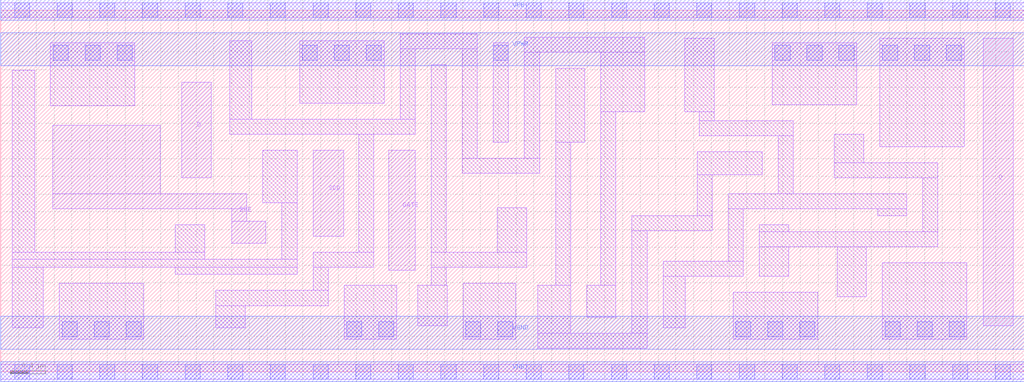
<source format=lef>
# Copyright 2020 The SkyWater PDK Authors
#
# Licensed under the Apache License, Version 2.0 (the "License");
# you may not use this file except in compliance with the License.
# You may obtain a copy of the License at
#
#     https://www.apache.org/licenses/LICENSE-2.0
#
# Unless required by applicable law or agreed to in writing, software
# distributed under the License is distributed on an "AS IS" BASIS,
# WITHOUT WARRANTIES OR CONDITIONS OF ANY KIND, either express or implied.
# See the License for the specific language governing permissions and
# limitations under the License.
#
# SPDX-License-Identifier: Apache-2.0

VERSION 5.7 ;
  NOWIREEXTENSIONATPIN ON ;
  DIVIDERCHAR "/" ;
  BUSBITCHARS "[]" ;
UNITS
  DATABASE MICRONS 200 ;
END UNITS
MACRO sky130_fd_sc_hvl__sdlxtp_1
  CLASS CORE ;
  FOREIGN sky130_fd_sc_hvl__sdlxtp_1 ;
  ORIGIN  0.000000  0.000000 ;
  SIZE  11.52000 BY  4.070000 ;
  SYMMETRY X Y ;
  SITE unithv ;
  PIN D
    ANTENNAGATEAREA  0.585000 ;
    DIRECTION INPUT ;
    USE SIGNAL ;
    PORT
      LAYER li1 ;
        RECT 2.040000 2.185000 2.370000 3.260000 ;
    END
  END D
  PIN Q
    ANTENNADIFFAREA  0.626250 ;
    DIRECTION OUTPUT ;
    USE SIGNAL ;
    PORT
      LAYER li1 ;
        RECT 11.060000 0.515000 11.400000 3.755000 ;
    END
  END Q
  PIN SCD
    ANTENNAGATEAREA  0.585000 ;
    DIRECTION INPUT ;
    USE SIGNAL ;
    PORT
      LAYER li1 ;
        RECT 3.515000 1.525000 3.860000 2.495000 ;
    END
  END SCD
  PIN SCE
    ANTENNAGATEAREA  1.005000 ;
    DIRECTION INPUT ;
    USE SIGNAL ;
    PORT
      LAYER li1 ;
        RECT 0.585000 1.835000 2.770000 2.005000 ;
        RECT 0.585000 2.005000 1.795000 2.775000 ;
        RECT 2.600000 1.445000 2.985000 1.695000 ;
        RECT 2.600000 1.695000 2.770000 1.835000 ;
    END
  END SCE
  PIN GATE
    ANTENNAGATEAREA  0.585000 ;
    DIRECTION INPUT ;
    USE CLOCK ;
    PORT
      LAYER li1 ;
        RECT 4.370000 1.145000 4.665000 2.495000 ;
    END
  END GATE
  PIN VGND
    DIRECTION INOUT ;
    USE GROUND ;
    PORT
      LAYER met1 ;
        RECT 0.000000 0.255000 11.520000 0.625000 ;
    END
  END VGND
  PIN VNB
    DIRECTION INOUT ;
    USE GROUND ;
    PORT
      LAYER met1 ;
        RECT 0.000000 -0.115000 11.520000 0.115000 ;
    END
  END VNB
  PIN VPB
    DIRECTION INOUT ;
    USE POWER ;
    PORT
      LAYER met1 ;
        RECT 0.000000 3.955000 11.520000 4.185000 ;
    END
  END VPB
  PIN VPWR
    DIRECTION INOUT ;
    USE POWER ;
    PORT
      LAYER met1 ;
        RECT 0.000000 3.445000 11.520000 3.815000 ;
    END
  END VPWR
  OBS
    LAYER li1 ;
      RECT  0.000000 -0.085000 11.520000 0.085000 ;
      RECT  0.000000  3.985000 11.520000 4.155000 ;
      RECT  0.130000  0.495000  0.480000 1.175000 ;
      RECT  0.130000  1.175000  3.335000 1.265000 ;
      RECT  0.130000  1.265000  2.295000 1.345000 ;
      RECT  0.130000  1.345000  0.380000 3.395000 ;
      RECT  0.560000  2.995000  1.510000 3.705000 ;
      RECT  0.660000  0.365000  1.610000 0.995000 ;
      RECT  1.965000  1.095000  3.335000 1.175000 ;
      RECT  1.965000  1.345000  2.295000 1.655000 ;
      RECT  2.420000  0.495000  2.750000 0.745000 ;
      RECT  2.420000  0.745000  3.685000 0.915000 ;
      RECT  2.575000  2.675000  4.665000 2.845000 ;
      RECT  2.575000  2.845000  2.825000 3.725000 ;
      RECT  2.950000  1.905000  3.335000 2.495000 ;
      RECT  3.165000  1.265000  3.335000 1.905000 ;
      RECT  3.365000  3.025000  4.315000 3.725000 ;
      RECT  3.515000  0.915000  3.685000 1.175000 ;
      RECT  3.515000  1.175000  4.200000 1.345000 ;
      RECT  3.865000  0.365000  4.455000 0.975000 ;
      RECT  4.030000  1.345000  4.200000 2.675000 ;
      RECT  4.495000  2.845000  4.665000 3.635000 ;
      RECT  4.495000  3.635000  5.365000 3.805000 ;
      RECT  4.695000  0.515000  5.025000 0.975000 ;
      RECT  4.845000  0.975000  5.015000 1.175000 ;
      RECT  4.845000  1.175000  5.920000 1.345000 ;
      RECT  4.845000  1.345000  5.015000 3.455000 ;
      RECT  5.195000  2.235000  6.065000 2.405000 ;
      RECT  5.195000  2.405000  5.365000 3.635000 ;
      RECT  5.205000  0.365000  5.795000 0.995000 ;
      RECT  5.545000  2.585000  5.715000 3.705000 ;
      RECT  5.590000  1.345000  5.920000 1.845000 ;
      RECT  5.895000  2.405000  6.065000 3.595000 ;
      RECT  5.895000  3.595000  7.250000 3.765000 ;
      RECT  6.045000  0.265000  7.275000 0.435000 ;
      RECT  6.045000  0.435000  6.415000 0.975000 ;
      RECT  6.245000  0.975000  6.415000 2.585000 ;
      RECT  6.245000  2.585000  6.575000 3.415000 ;
      RECT  6.595000  0.615000  6.925000 0.975000 ;
      RECT  6.755000  0.975000  6.925000 2.925000 ;
      RECT  6.755000  2.925000  7.250000 3.595000 ;
      RECT  7.105000  0.435000  7.275000 1.585000 ;
      RECT  7.105000  1.585000  8.010000 1.755000 ;
      RECT  7.455000  0.495000  7.705000 1.075000 ;
      RECT  7.455000  1.075000  8.360000 1.245000 ;
      RECT  7.700000  2.925000  8.030000 3.755000 ;
      RECT  7.840000  1.755000  8.010000 2.215000 ;
      RECT  7.840000  2.215000  8.570000 2.475000 ;
      RECT  7.860000  2.655000  8.920000 2.825000 ;
      RECT  7.860000  2.825000  8.030000 2.925000 ;
      RECT  8.190000  1.245000  8.360000 1.835000 ;
      RECT  8.190000  1.835000 10.200000 2.005000 ;
      RECT  8.245000  0.365000  9.195000 0.895000 ;
      RECT  8.540000  1.075000  8.870000 1.405000 ;
      RECT  8.540000  1.405000 10.550000 1.575000 ;
      RECT  8.540000  1.575000  8.870000 1.655000 ;
      RECT  8.685000  3.005000  9.635000 3.705000 ;
      RECT  8.750000  2.005000  8.920000 2.655000 ;
      RECT  9.385000  2.185000 10.550000 2.355000 ;
      RECT  9.385000  2.355000  9.715000 2.675000 ;
      RECT  9.415000  0.845000  9.745000 1.405000 ;
      RECT  9.870000  1.755000 10.200000 1.835000 ;
      RECT  9.895000  2.535000 10.845000 3.755000 ;
      RECT  9.925000  0.365000 10.875000 1.225000 ;
      RECT 10.380000  1.575000 10.550000 2.185000 ;
    LAYER mcon ;
      RECT  0.155000 -0.085000  0.325000 0.085000 ;
      RECT  0.155000  3.985000  0.325000 4.155000 ;
      RECT  0.590000  3.505000  0.760000 3.675000 ;
      RECT  0.635000 -0.085000  0.805000 0.085000 ;
      RECT  0.635000  3.985000  0.805000 4.155000 ;
      RECT  0.690000  0.395000  0.860000 0.565000 ;
      RECT  0.950000  3.505000  1.120000 3.675000 ;
      RECT  1.050000  0.395000  1.220000 0.565000 ;
      RECT  1.115000 -0.085000  1.285000 0.085000 ;
      RECT  1.115000  3.985000  1.285000 4.155000 ;
      RECT  1.310000  3.505000  1.480000 3.675000 ;
      RECT  1.410000  0.395000  1.580000 0.565000 ;
      RECT  1.595000 -0.085000  1.765000 0.085000 ;
      RECT  1.595000  3.985000  1.765000 4.155000 ;
      RECT  2.075000 -0.085000  2.245000 0.085000 ;
      RECT  2.075000  3.985000  2.245000 4.155000 ;
      RECT  2.555000 -0.085000  2.725000 0.085000 ;
      RECT  2.555000  3.985000  2.725000 4.155000 ;
      RECT  3.035000 -0.085000  3.205000 0.085000 ;
      RECT  3.035000  3.985000  3.205000 4.155000 ;
      RECT  3.395000  3.505000  3.565000 3.675000 ;
      RECT  3.515000 -0.085000  3.685000 0.085000 ;
      RECT  3.515000  3.985000  3.685000 4.155000 ;
      RECT  3.755000  3.505000  3.925000 3.675000 ;
      RECT  3.895000  0.395000  4.065000 0.565000 ;
      RECT  3.995000 -0.085000  4.165000 0.085000 ;
      RECT  3.995000  3.985000  4.165000 4.155000 ;
      RECT  4.115000  3.505000  4.285000 3.675000 ;
      RECT  4.255000  0.395000  4.425000 0.565000 ;
      RECT  4.475000 -0.085000  4.645000 0.085000 ;
      RECT  4.475000  3.985000  4.645000 4.155000 ;
      RECT  4.955000 -0.085000  5.125000 0.085000 ;
      RECT  4.955000  3.985000  5.125000 4.155000 ;
      RECT  5.235000  0.395000  5.405000 0.565000 ;
      RECT  5.435000 -0.085000  5.605000 0.085000 ;
      RECT  5.435000  3.985000  5.605000 4.155000 ;
      RECT  5.545000  3.505000  5.715000 3.675000 ;
      RECT  5.595000  0.395000  5.765000 0.565000 ;
      RECT  5.915000 -0.085000  6.085000 0.085000 ;
      RECT  5.915000  3.985000  6.085000 4.155000 ;
      RECT  6.395000 -0.085000  6.565000 0.085000 ;
      RECT  6.395000  3.985000  6.565000 4.155000 ;
      RECT  6.875000 -0.085000  7.045000 0.085000 ;
      RECT  6.875000  3.985000  7.045000 4.155000 ;
      RECT  7.355000 -0.085000  7.525000 0.085000 ;
      RECT  7.355000  3.985000  7.525000 4.155000 ;
      RECT  7.835000 -0.085000  8.005000 0.085000 ;
      RECT  7.835000  3.985000  8.005000 4.155000 ;
      RECT  8.275000  0.395000  8.445000 0.565000 ;
      RECT  8.315000 -0.085000  8.485000 0.085000 ;
      RECT  8.315000  3.985000  8.485000 4.155000 ;
      RECT  8.635000  0.395000  8.805000 0.565000 ;
      RECT  8.715000  3.505000  8.885000 3.675000 ;
      RECT  8.795000 -0.085000  8.965000 0.085000 ;
      RECT  8.795000  3.985000  8.965000 4.155000 ;
      RECT  8.995000  0.395000  9.165000 0.565000 ;
      RECT  9.075000  3.505000  9.245000 3.675000 ;
      RECT  9.275000 -0.085000  9.445000 0.085000 ;
      RECT  9.275000  3.985000  9.445000 4.155000 ;
      RECT  9.435000  3.505000  9.605000 3.675000 ;
      RECT  9.755000 -0.085000  9.925000 0.085000 ;
      RECT  9.755000  3.985000  9.925000 4.155000 ;
      RECT  9.925000  3.505000 10.095000 3.675000 ;
      RECT  9.955000  0.395000 10.125000 0.565000 ;
      RECT 10.235000 -0.085000 10.405000 0.085000 ;
      RECT 10.235000  3.985000 10.405000 4.155000 ;
      RECT 10.285000  3.505000 10.455000 3.675000 ;
      RECT 10.315000  0.395000 10.485000 0.565000 ;
      RECT 10.645000  3.505000 10.815000 3.675000 ;
      RECT 10.675000  0.395000 10.845000 0.565000 ;
      RECT 10.715000 -0.085000 10.885000 0.085000 ;
      RECT 10.715000  3.985000 10.885000 4.155000 ;
      RECT 11.195000 -0.085000 11.365000 0.085000 ;
      RECT 11.195000  3.985000 11.365000 4.155000 ;
  END
END sky130_fd_sc_hvl__sdlxtp_1
END LIBRARY

</source>
